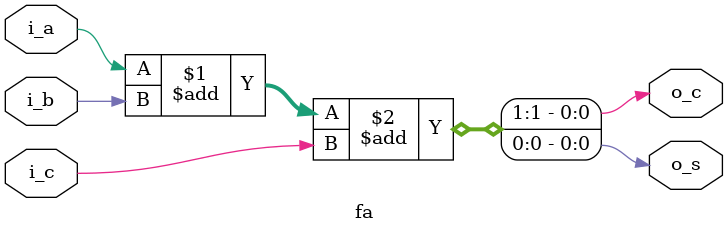
<source format=v>
module fa
(
	output		o_s,
	output		o_c,
	input		i_a,
	input		i_b,
	input		i_c
);

	assign {o_c, o_s}	= i_a + i_b + i_c;

endmodule

</source>
